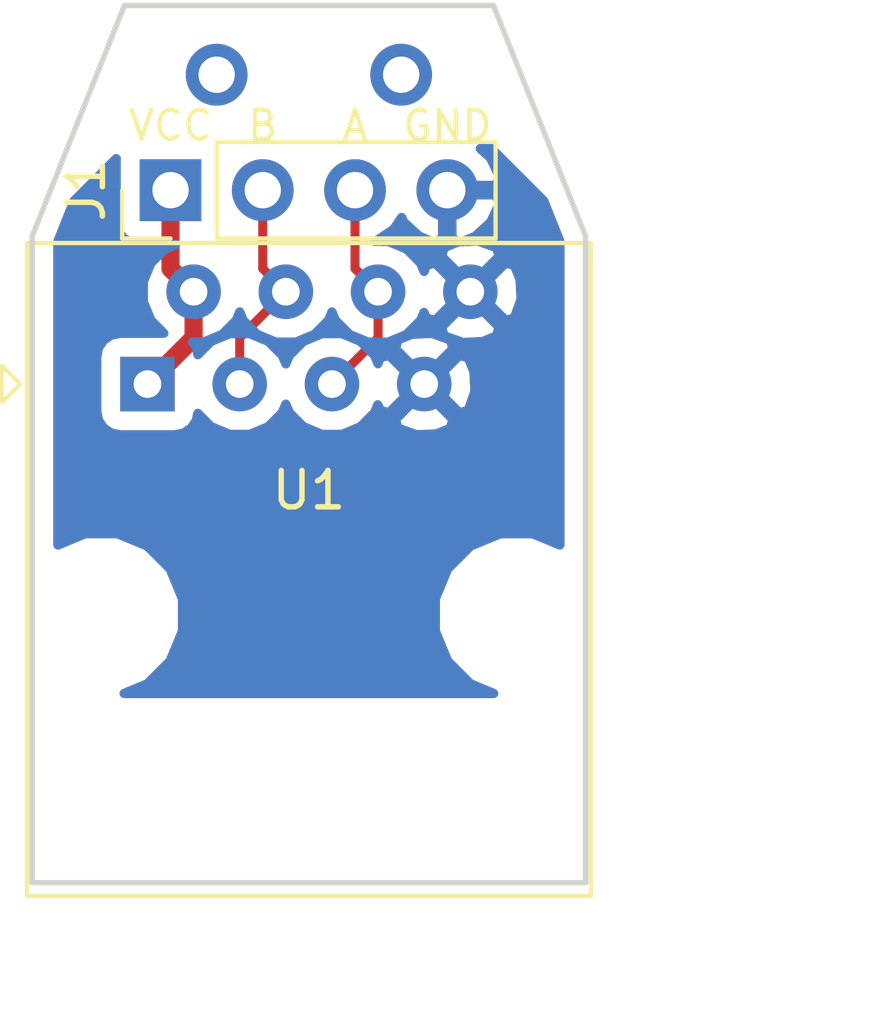
<source format=kicad_pcb>
(kicad_pcb (version 20171130) (host pcbnew 5.0.0)

  (general
    (thickness 1.6)
    (drawings 12)
    (tracks 14)
    (zones 0)
    (modules 2)
    (nets 5)
  )

  (page A4)
  (layers
    (0 F.Cu signal)
    (31 B.Cu signal)
    (32 B.Adhes user)
    (33 F.Adhes user)
    (34 B.Paste user)
    (35 F.Paste user)
    (36 B.SilkS user)
    (37 F.SilkS user)
    (38 B.Mask user)
    (39 F.Mask user)
    (40 Dwgs.User user)
    (41 Cmts.User user)
    (42 Eco1.User user)
    (43 Eco2.User user)
    (44 Edge.Cuts user)
    (45 Margin user)
    (46 B.CrtYd user)
    (47 F.CrtYd user)
    (48 B.Fab user)
    (49 F.Fab user)
  )

  (setup
    (last_trace_width 0.25)
    (trace_clearance 0.2)
    (zone_clearance 0.508)
    (zone_45_only no)
    (trace_min 0.2)
    (segment_width 0.2)
    (edge_width 0.15)
    (via_size 0.8)
    (via_drill 0.4)
    (via_min_size 0.4)
    (via_min_drill 0.3)
    (uvia_size 0.3)
    (uvia_drill 0.1)
    (uvias_allowed no)
    (uvia_min_size 0.2)
    (uvia_min_drill 0.1)
    (pcb_text_width 0.3)
    (pcb_text_size 1.5 1.5)
    (mod_edge_width 0.15)
    (mod_text_size 1 1)
    (mod_text_width 0.15)
    (pad_size 1.524 1.524)
    (pad_drill 0.762)
    (pad_to_mask_clearance 0.2)
    (aux_axis_origin 0 0)
    (visible_elements FFFFFF7F)
    (pcbplotparams
      (layerselection 0x010f0_ffffffff)
      (usegerberextensions true)
      (usegerberattributes false)
      (usegerberadvancedattributes false)
      (creategerberjobfile false)
      (excludeedgelayer true)
      (linewidth 0.100000)
      (plotframeref false)
      (viasonmask false)
      (mode 1)
      (useauxorigin false)
      (hpglpennumber 1)
      (hpglpenspeed 20)
      (hpglpendiameter 15.000000)
      (psnegative false)
      (psa4output false)
      (plotreference true)
      (plotvalue true)
      (plotinvisibletext false)
      (padsonsilk false)
      (subtractmaskfromsilk true)
      (outputformat 1)
      (mirror false)
      (drillshape 0)
      (scaleselection 1)
      (outputdirectory ""))
  )

  (net 0 "")
  (net 1 VCC)
  (net 2 GND)
  (net 3 /B)
  (net 4 /A)

  (net_class Default "これはデフォルトのネット クラスです。"
    (clearance 0.2)
    (trace_width 0.25)
    (via_dia 0.8)
    (via_drill 0.4)
    (uvia_dia 0.3)
    (uvia_drill 0.1)
    (add_net /A)
    (add_net /B)
    (add_net GND)
  )

  (net_class Power ""
    (clearance 0.2)
    (trace_width 0.5)
    (via_dia 0.8)
    (via_drill 0.4)
    (uvia_dia 0.3)
    (uvia_drill 0.1)
    (add_net VCC)
  )

  (module Connector_PinHeader_2.54mm:PinHeader_1x04_P2.54mm_Vertical (layer F.Cu) (tedit 59FED5CC) (tstamp 5B97032F)
    (at 144.78 88.9 90)
    (descr "Through hole straight pin header, 1x04, 2.54mm pitch, single row")
    (tags "Through hole pin header THT 1x04 2.54mm single row")
    (path /5B932CE2)
    (fp_text reference J1 (at 0 -2.33 90) (layer F.SilkS)
      (effects (font (size 1 1) (thickness 0.15)))
    )
    (fp_text value Conn_01x04 (at 0 9.95 90) (layer F.Fab)
      (effects (font (size 1 1) (thickness 0.15)))
    )
    (fp_line (start -0.635 -1.27) (end 1.27 -1.27) (layer F.Fab) (width 0.1))
    (fp_line (start 1.27 -1.27) (end 1.27 8.89) (layer F.Fab) (width 0.1))
    (fp_line (start 1.27 8.89) (end -1.27 8.89) (layer F.Fab) (width 0.1))
    (fp_line (start -1.27 8.89) (end -1.27 -0.635) (layer F.Fab) (width 0.1))
    (fp_line (start -1.27 -0.635) (end -0.635 -1.27) (layer F.Fab) (width 0.1))
    (fp_line (start -1.33 8.95) (end 1.33 8.95) (layer F.SilkS) (width 0.12))
    (fp_line (start -1.33 1.27) (end -1.33 8.95) (layer F.SilkS) (width 0.12))
    (fp_line (start 1.33 1.27) (end 1.33 8.95) (layer F.SilkS) (width 0.12))
    (fp_line (start -1.33 1.27) (end 1.33 1.27) (layer F.SilkS) (width 0.12))
    (fp_line (start -1.33 0) (end -1.33 -1.33) (layer F.SilkS) (width 0.12))
    (fp_line (start -1.33 -1.33) (end 0 -1.33) (layer F.SilkS) (width 0.12))
    (fp_line (start -1.8 -1.8) (end -1.8 9.4) (layer F.CrtYd) (width 0.05))
    (fp_line (start -1.8 9.4) (end 1.8 9.4) (layer F.CrtYd) (width 0.05))
    (fp_line (start 1.8 9.4) (end 1.8 -1.8) (layer F.CrtYd) (width 0.05))
    (fp_line (start 1.8 -1.8) (end -1.8 -1.8) (layer F.CrtYd) (width 0.05))
    (fp_text user %R (at 0 3.81 180) (layer F.Fab)
      (effects (font (size 1 1) (thickness 0.15)))
    )
    (pad 1 thru_hole rect (at 0 0 90) (size 1.7 1.7) (drill 1) (layers *.Cu *.Mask)
      (net 1 VCC))
    (pad 2 thru_hole oval (at 0 2.54 90) (size 1.7 1.7) (drill 1) (layers *.Cu *.Mask)
      (net 3 /B))
    (pad 3 thru_hole oval (at 0 5.08 90) (size 1.7 1.7) (drill 1) (layers *.Cu *.Mask)
      (net 4 /A))
    (pad 4 thru_hole oval (at 0 7.62 90) (size 1.7 1.7) (drill 1) (layers *.Cu *.Mask)
      (net 2 GND))
    (model ${KISYS3DMOD}/Connector_PinHeader_2.54mm.3dshapes/PinHeader_1x04_P2.54mm_Vertical.wrl
      (at (xyz 0 0 0))
      (scale (xyz 1 1 1))
      (rotate (xyz 0 0 0))
    )
  )

  (module Connector_RJ:RJ45_Amphenol_54602-x08_Horizontal (layer F.Cu) (tedit 5B103613) (tstamp 5C00911A)
    (at 144.145 94.234)
    (descr "8 Pol Shallow Latch Connector, Modjack, RJ45 (https://cdn.amphenol-icc.com/media/wysiwyg/files/drawing/c-bmj-0102.pdf)")
    (tags RJ45)
    (path /5B9329F5)
    (fp_text reference U1 (at 4.445 2.921) (layer F.SilkS)
      (effects (font (size 1 1) (thickness 0.15)))
    )
    (fp_text value RJ45 (at 4.445 4) (layer F.Fab)
      (effects (font (size 1 1) (thickness 0.15)))
    )
    (fp_text user %R (at 4.445 2) (layer F.Fab)
      (effects (font (size 1 1) (thickness 0.15)))
    )
    (fp_line (start -4 0.5) (end -3.5 0) (layer F.SilkS) (width 0.12))
    (fp_line (start -4 -0.5) (end -4 0.5) (layer F.SilkS) (width 0.12))
    (fp_line (start -3.5 0) (end -4 -0.5) (layer F.SilkS) (width 0.12))
    (fp_line (start -3.205 13.97) (end -3.205 -2.77) (layer F.Fab) (width 0.12))
    (fp_line (start 12.095 13.97) (end -3.205 13.97) (layer F.Fab) (width 0.12))
    (fp_line (start 12.095 -3.77) (end 12.095 13.97) (layer F.Fab) (width 0.12))
    (fp_line (start -2.205 -3.77) (end 12.095 -3.77) (layer F.Fab) (width 0.12))
    (fp_line (start -3.205 -2.77) (end -2.205 -3.77) (layer F.Fab) (width 0.12))
    (fp_line (start -3.315 14.08) (end 12.205 14.08) (layer F.SilkS) (width 0.12))
    (fp_line (start 12.205 -3.88) (end 12.205 14.08) (layer F.SilkS) (width 0.12))
    (fp_line (start 12.205 -3.88) (end -3.315 -3.88) (layer F.SilkS) (width 0.12))
    (fp_line (start -3.315 -3.88) (end -3.315 14.08) (layer F.SilkS) (width 0.12))
    (fp_line (start -3.71 -4.27) (end 12.6 -4.27) (layer F.CrtYd) (width 0.05))
    (fp_line (start -3.71 -4.27) (end -3.71 14.47) (layer F.CrtYd) (width 0.05))
    (fp_line (start 12.6 14.47) (end 12.6 -4.27) (layer F.CrtYd) (width 0.05))
    (fp_line (start 12.6 14.47) (end -3.71 14.47) (layer F.CrtYd) (width 0.05))
    (pad "" np_thru_hole circle (at 10.16 6.35) (size 3.2 3.2) (drill 3.2) (layers *.Cu *.Mask))
    (pad "" np_thru_hole circle (at -1.27 6.35) (size 3.2 3.2) (drill 3.2) (layers *.Cu *.Mask))
    (pad 1 thru_hole rect (at 0 0) (size 1.5 1.5) (drill 0.76) (layers *.Cu *.Mask)
      (net 1 VCC))
    (pad 2 thru_hole circle (at 1.27 -2.54) (size 1.5 1.5) (drill 0.76) (layers *.Cu *.Mask)
      (net 1 VCC))
    (pad 3 thru_hole circle (at 2.54 0) (size 1.5 1.5) (drill 0.76) (layers *.Cu *.Mask)
      (net 3 /B))
    (pad 4 thru_hole circle (at 3.81 -2.54) (size 1.5 1.5) (drill 0.76) (layers *.Cu *.Mask)
      (net 3 /B))
    (pad 5 thru_hole circle (at 5.08 0) (size 1.5 1.5) (drill 0.76) (layers *.Cu *.Mask)
      (net 4 /A))
    (pad 6 thru_hole circle (at 6.35 -2.54) (size 1.5 1.5) (drill 0.76) (layers *.Cu *.Mask)
      (net 4 /A))
    (pad 7 thru_hole circle (at 7.62 0) (size 1.5 1.5) (drill 0.76) (layers *.Cu *.Mask)
      (net 2 GND))
    (pad 8 thru_hole circle (at 8.89 -2.54) (size 1.5 1.5) (drill 0.76) (layers *.Cu *.Mask)
      (net 2 GND))
    (model ${KISYS3DMOD}/Connector_RJ.3dshapes/RJ45_Amphenol_54602-x08_Horizontal.wrl
      (at (xyz 0 0 0))
      (scale (xyz 1 1 1))
      (rotate (xyz 0 0 0))
    )
  )

  (gr_text GND (at 152.4 87.122) (layer F.SilkS) (tstamp 5C0134DD)
    (effects (font (size 0.8 0.8) (thickness 0.12)))
  )
  (gr_text A (at 149.86 87.122) (layer F.SilkS) (tstamp 5C0134AF)
    (effects (font (size 0.8 0.8) (thickness 0.12)))
  )
  (gr_text B (at 147.32 87.122) (layer F.SilkS) (tstamp 5C013481)
    (effects (font (size 0.8 0.8) (thickness 0.12)))
  )
  (gr_text VCC (at 144.78 87.122) (layer F.SilkS)
    (effects (font (size 0.8 0.8) (thickness 0.12)))
  )
  (gr_line (start 143.51 83.82) (end 140.97 90.17) (layer Edge.Cuts) (width 0.15))
  (gr_line (start 153.67 83.82) (end 156.21 90.17) (layer Edge.Cuts) (width 0.15))
  (dimension 24.13 (width 0.3) (layer Cmts.User)
    (gr_text "24.130 mm" (at 162.755 95.885 270) (layer Cmts.User)
      (effects (font (size 1.5 1.5) (thickness 0.3)))
    )
    (feature1 (pts (xy 158.75 107.95) (xy 161.241421 107.95)))
    (feature2 (pts (xy 158.75 83.82) (xy 161.241421 83.82)))
    (crossbar (pts (xy 160.655 83.82) (xy 160.655 107.95)))
    (arrow1a (pts (xy 160.655 107.95) (xy 160.068579 106.823496)))
    (arrow1b (pts (xy 160.655 107.95) (xy 161.241421 106.823496)))
    (arrow2a (pts (xy 160.655 83.82) (xy 160.068579 84.946504)))
    (arrow2b (pts (xy 160.655 83.82) (xy 161.241421 84.946504)))
  )
  (dimension 15.24 (width 0.3) (layer Cmts.User)
    (gr_text "15.240 mm" (at 148.59 113.225) (layer Cmts.User)
      (effects (font (size 1.5 1.5) (thickness 0.3)))
    )
    (feature1 (pts (xy 156.21 109.22) (xy 156.21 111.711421)))
    (feature2 (pts (xy 140.97 109.22) (xy 140.97 111.711421)))
    (crossbar (pts (xy 140.97 111.125) (xy 156.21 111.125)))
    (arrow1a (pts (xy 156.21 111.125) (xy 155.083496 111.711421)))
    (arrow1b (pts (xy 156.21 111.125) (xy 155.083496 110.538579)))
    (arrow2a (pts (xy 140.97 111.125) (xy 142.096504 111.711421)))
    (arrow2b (pts (xy 140.97 111.125) (xy 142.096504 110.538579)))
  )
  (gr_line (start 140.97 90.17) (end 140.97 107.95) (layer Edge.Cuts) (width 0.15))
  (gr_line (start 153.67 83.82) (end 143.51 83.82) (layer Edge.Cuts) (width 0.15))
  (gr_line (start 156.21 107.95) (end 156.21 90.17) (layer Edge.Cuts) (width 0.15))
  (gr_line (start 140.97 107.95) (end 156.21 107.95) (layer Edge.Cuts) (width 0.15))

  (via (at 146.05 85.725) (size 1.7) (drill 1) (layers F.Cu B.Cu) (net 0))
  (via (at 151.13 85.725) (size 1.7) (drill 1) (layers F.Cu B.Cu) (net 0))
  (segment (start 144.78 91.059) (end 145.415 91.694) (width 0.5) (layer F.Cu) (net 1))
  (segment (start 144.78 88.9) (end 144.78 91.059) (width 0.5) (layer F.Cu) (net 1))
  (segment (start 145.415 92.964) (end 144.145 94.234) (width 0.5) (layer F.Cu) (net 1))
  (segment (start 145.415 91.694) (end 145.415 92.964) (width 0.5) (layer F.Cu) (net 1))
  (segment (start 147.32 91.059) (end 147.955 91.694) (width 0.25) (layer F.Cu) (net 3))
  (segment (start 147.32 88.9) (end 147.32 91.059) (width 0.25) (layer F.Cu) (net 3))
  (segment (start 146.685 92.964) (end 146.685 94.234) (width 0.25) (layer F.Cu) (net 3))
  (segment (start 147.955 91.694) (end 146.685 92.964) (width 0.25) (layer F.Cu) (net 3))
  (segment (start 149.86 91.059) (end 150.495 91.694) (width 0.25) (layer F.Cu) (net 4))
  (segment (start 149.86 88.9) (end 149.86 91.059) (width 0.25) (layer F.Cu) (net 4))
  (segment (start 150.495 92.964) (end 149.225 94.234) (width 0.25) (layer F.Cu) (net 4))
  (segment (start 150.495 91.694) (end 150.495 92.964) (width 0.25) (layer F.Cu) (net 4))

  (zone (net 2) (net_name GND) (layer F.Cu) (tstamp 5C00B6CF) (hatch edge 0.508)
    (connect_pads (clearance 0.508))
    (min_thickness 0.254)
    (fill yes (arc_segments 16) (thermal_gap 0.508) (thermal_bridge_width 0.508))
    (polygon
      (pts
        (xy 143.51 87.63) (xy 153.67 87.63) (xy 156.21 90.17) (xy 156.21 102.87) (xy 140.97 102.87)
        (xy 140.97 90.17)
      )
    )
    (filled_polygon
      (pts
        (xy 155.055248 89.194854) (xy 155.500001 90.306736) (xy 155.500001 98.659839) (xy 154.749569 98.349) (xy 153.860431 98.349)
        (xy 153.038974 98.689259) (xy 152.410259 99.317974) (xy 152.07 100.139431) (xy 152.07 101.028569) (xy 152.410259 101.850026)
        (xy 153.038974 102.478741) (xy 153.676951 102.743) (xy 143.503049 102.743) (xy 144.141026 102.478741) (xy 144.769741 101.850026)
        (xy 145.11 101.028569) (xy 145.11 100.139431) (xy 144.769741 99.317974) (xy 144.141026 98.689259) (xy 143.319569 98.349)
        (xy 142.430431 98.349) (xy 141.68 98.659839) (xy 141.68 90.306732) (xy 142.124751 89.194855) (xy 143.285776 88.03383)
        (xy 143.28256 88.05) (xy 143.28256 89.75) (xy 143.331843 89.997765) (xy 143.472191 90.207809) (xy 143.682235 90.348157)
        (xy 143.895001 90.390478) (xy 143.895001 90.971835) (xy 143.877663 91.059) (xy 143.946348 91.404309) (xy 144.03 91.529503)
        (xy 144.03 91.969494) (xy 144.240853 92.47854) (xy 144.444867 92.682554) (xy 144.290861 92.83656) (xy 143.395 92.83656)
        (xy 143.147235 92.885843) (xy 142.937191 93.026191) (xy 142.796843 93.236235) (xy 142.74756 93.484) (xy 142.74756 94.984)
        (xy 142.796843 95.231765) (xy 142.937191 95.441809) (xy 143.147235 95.582157) (xy 143.395 95.63144) (xy 144.895 95.63144)
        (xy 145.142765 95.582157) (xy 145.352809 95.441809) (xy 145.493157 95.231765) (xy 145.531469 95.039156) (xy 145.90046 95.408147)
        (xy 146.409506 95.619) (xy 146.960494 95.619) (xy 147.46954 95.408147) (xy 147.859147 95.01854) (xy 147.955 94.78713)
        (xy 148.050853 95.01854) (xy 148.44046 95.408147) (xy 148.949506 95.619) (xy 149.500494 95.619) (xy 150.00954 95.408147)
        (xy 150.21217 95.205517) (xy 150.973088 95.205517) (xy 151.041077 95.44646) (xy 151.560171 95.631201) (xy 152.110448 95.60323)
        (xy 152.488923 95.44646) (xy 152.556912 95.205517) (xy 151.765 94.413605) (xy 150.973088 95.205517) (xy 150.21217 95.205517)
        (xy 150.399147 95.01854) (xy 150.488397 94.80307) (xy 150.55254 94.957923) (xy 150.793483 95.025912) (xy 151.585395 94.234)
        (xy 151.944605 94.234) (xy 152.736517 95.025912) (xy 152.97746 94.957923) (xy 153.162201 94.438829) (xy 153.13423 93.888552)
        (xy 152.97746 93.510077) (xy 152.736517 93.442088) (xy 151.944605 94.234) (xy 151.585395 94.234) (xy 151.571253 94.219858)
        (xy 151.750858 94.040253) (xy 151.765 94.054395) (xy 152.556912 93.262483) (xy 152.488923 93.02154) (xy 151.969829 92.836799)
        (xy 151.419552 92.86477) (xy 151.263045 92.929598) (xy 151.255 92.889154) (xy 151.255 92.878312) (xy 151.27954 92.868147)
        (xy 151.48217 92.665517) (xy 152.243088 92.665517) (xy 152.311077 92.90646) (xy 152.830171 93.091201) (xy 153.380448 93.06323)
        (xy 153.758923 92.90646) (xy 153.826912 92.665517) (xy 153.035 91.873605) (xy 152.243088 92.665517) (xy 151.48217 92.665517)
        (xy 151.669147 92.47854) (xy 151.758397 92.26307) (xy 151.82254 92.417923) (xy 152.063483 92.485912) (xy 152.855395 91.694)
        (xy 153.214605 91.694) (xy 154.006517 92.485912) (xy 154.24746 92.417923) (xy 154.432201 91.898829) (xy 154.40423 91.348552)
        (xy 154.24746 90.970077) (xy 154.006517 90.902088) (xy 153.214605 91.694) (xy 152.855395 91.694) (xy 152.063483 90.902088)
        (xy 151.82254 90.970077) (xy 151.763255 91.136658) (xy 151.669147 90.90946) (xy 151.48217 90.722483) (xy 152.243088 90.722483)
        (xy 153.035 91.514395) (xy 153.826912 90.722483) (xy 153.758923 90.48154) (xy 153.239829 90.296799) (xy 152.812287 90.318531)
        (xy 153.166924 90.171645) (xy 153.595183 89.781358) (xy 153.841486 89.256892) (xy 153.720819 89.027) (xy 152.527 89.027)
        (xy 152.527 90.220155) (xy 152.722099 90.323116) (xy 152.689552 90.32477) (xy 152.311077 90.48154) (xy 152.243088 90.722483)
        (xy 151.48217 90.722483) (xy 151.27954 90.519853) (xy 150.770494 90.309) (xy 150.62 90.309) (xy 150.62 90.178178)
        (xy 150.930625 89.970625) (xy 151.143843 89.651522) (xy 151.204817 89.781358) (xy 151.633076 90.171645) (xy 152.04311 90.341476)
        (xy 152.273 90.220155) (xy 152.273 89.027) (xy 152.253 89.027) (xy 152.253 88.773) (xy 152.273 88.773)
        (xy 152.273 88.753) (xy 152.527 88.753) (xy 152.527 88.773) (xy 153.720819 88.773) (xy 153.841486 88.543108)
        (xy 153.595183 88.018642) (xy 153.308085 87.757) (xy 153.617394 87.757)
      )
    )
  )
  (zone (net 2) (net_name GND) (layer B.Cu) (tstamp 0) (hatch edge 0.508)
    (connect_pads (clearance 0.508))
    (min_thickness 0.254)
    (fill yes (arc_segments 16) (thermal_gap 0.508) (thermal_bridge_width 0.508))
    (polygon
      (pts
        (xy 143.51 87.63) (xy 153.67 87.63) (xy 156.21 90.17) (xy 156.21 102.87) (xy 140.97 102.87)
        (xy 140.97 90.17)
      )
    )
    (filled_polygon
      (pts
        (xy 155.055248 89.194854) (xy 155.500001 90.306736) (xy 155.500001 98.659839) (xy 154.749569 98.349) (xy 153.860431 98.349)
        (xy 153.038974 98.689259) (xy 152.410259 99.317974) (xy 152.07 100.139431) (xy 152.07 101.028569) (xy 152.410259 101.850026)
        (xy 153.038974 102.478741) (xy 153.676951 102.743) (xy 143.503049 102.743) (xy 144.141026 102.478741) (xy 144.769741 101.850026)
        (xy 145.11 101.028569) (xy 145.11 100.139431) (xy 144.769741 99.317974) (xy 144.141026 98.689259) (xy 143.319569 98.349)
        (xy 142.430431 98.349) (xy 141.68 98.659839) (xy 141.68 90.306732) (xy 142.124751 89.194855) (xy 143.285776 88.03383)
        (xy 143.28256 88.05) (xy 143.28256 89.75) (xy 143.331843 89.997765) (xy 143.472191 90.207809) (xy 143.682235 90.348157)
        (xy 143.93 90.39744) (xy 144.925992 90.39744) (xy 144.63046 90.519853) (xy 144.240853 90.90946) (xy 144.03 91.418506)
        (xy 144.03 91.969494) (xy 144.240853 92.47854) (xy 144.598873 92.83656) (xy 143.395 92.83656) (xy 143.147235 92.885843)
        (xy 142.937191 93.026191) (xy 142.796843 93.236235) (xy 142.74756 93.484) (xy 142.74756 94.984) (xy 142.796843 95.231765)
        (xy 142.937191 95.441809) (xy 143.147235 95.582157) (xy 143.395 95.63144) (xy 144.895 95.63144) (xy 145.142765 95.582157)
        (xy 145.352809 95.441809) (xy 145.493157 95.231765) (xy 145.531469 95.039156) (xy 145.90046 95.408147) (xy 146.409506 95.619)
        (xy 146.960494 95.619) (xy 147.46954 95.408147) (xy 147.859147 95.01854) (xy 147.955 94.78713) (xy 148.050853 95.01854)
        (xy 148.44046 95.408147) (xy 148.949506 95.619) (xy 149.500494 95.619) (xy 150.00954 95.408147) (xy 150.21217 95.205517)
        (xy 150.973088 95.205517) (xy 151.041077 95.44646) (xy 151.560171 95.631201) (xy 152.110448 95.60323) (xy 152.488923 95.44646)
        (xy 152.556912 95.205517) (xy 151.765 94.413605) (xy 150.973088 95.205517) (xy 150.21217 95.205517) (xy 150.399147 95.01854)
        (xy 150.488397 94.80307) (xy 150.55254 94.957923) (xy 150.793483 95.025912) (xy 151.585395 94.234) (xy 151.944605 94.234)
        (xy 152.736517 95.025912) (xy 152.97746 94.957923) (xy 153.162201 94.438829) (xy 153.13423 93.888552) (xy 152.97746 93.510077)
        (xy 152.736517 93.442088) (xy 151.944605 94.234) (xy 151.585395 94.234) (xy 150.793483 93.442088) (xy 150.55254 93.510077)
        (xy 150.493255 93.676658) (xy 150.399147 93.44946) (xy 150.21217 93.262483) (xy 150.973088 93.262483) (xy 151.765 94.054395)
        (xy 152.556912 93.262483) (xy 152.488923 93.02154) (xy 151.969829 92.836799) (xy 151.419552 92.86477) (xy 151.041077 93.02154)
        (xy 150.973088 93.262483) (xy 150.21217 93.262483) (xy 150.00954 93.059853) (xy 149.500494 92.849) (xy 148.949506 92.849)
        (xy 148.44046 93.059853) (xy 148.050853 93.44946) (xy 147.955 93.68087) (xy 147.859147 93.44946) (xy 147.46954 93.059853)
        (xy 146.960494 92.849) (xy 146.409506 92.849) (xy 145.90046 93.059853) (xy 145.531469 93.428844) (xy 145.493157 93.236235)
        (xy 145.388095 93.079) (xy 145.690494 93.079) (xy 146.19954 92.868147) (xy 146.589147 92.47854) (xy 146.685 92.24713)
        (xy 146.780853 92.47854) (xy 147.17046 92.868147) (xy 147.679506 93.079) (xy 148.230494 93.079) (xy 148.73954 92.868147)
        (xy 149.129147 92.47854) (xy 149.225 92.24713) (xy 149.320853 92.47854) (xy 149.71046 92.868147) (xy 150.219506 93.079)
        (xy 150.770494 93.079) (xy 151.27954 92.868147) (xy 151.48217 92.665517) (xy 152.243088 92.665517) (xy 152.311077 92.90646)
        (xy 152.830171 93.091201) (xy 153.380448 93.06323) (xy 153.758923 92.90646) (xy 153.826912 92.665517) (xy 153.035 91.873605)
        (xy 152.243088 92.665517) (xy 151.48217 92.665517) (xy 151.669147 92.47854) (xy 151.758397 92.26307) (xy 151.82254 92.417923)
        (xy 152.063483 92.485912) (xy 152.855395 91.694) (xy 153.214605 91.694) (xy 154.006517 92.485912) (xy 154.24746 92.417923)
        (xy 154.432201 91.898829) (xy 154.40423 91.348552) (xy 154.24746 90.970077) (xy 154.006517 90.902088) (xy 153.214605 91.694)
        (xy 152.855395 91.694) (xy 152.063483 90.902088) (xy 151.82254 90.970077) (xy 151.763255 91.136658) (xy 151.669147 90.90946)
        (xy 151.48217 90.722483) (xy 152.243088 90.722483) (xy 153.035 91.514395) (xy 153.826912 90.722483) (xy 153.758923 90.48154)
        (xy 153.239829 90.296799) (xy 152.812287 90.318531) (xy 153.166924 90.171645) (xy 153.595183 89.781358) (xy 153.841486 89.256892)
        (xy 153.720819 89.027) (xy 152.527 89.027) (xy 152.527 90.220155) (xy 152.722099 90.323116) (xy 152.689552 90.32477)
        (xy 152.311077 90.48154) (xy 152.243088 90.722483) (xy 151.48217 90.722483) (xy 151.27954 90.519853) (xy 150.770494 90.309)
        (xy 150.388335 90.309) (xy 150.439418 90.298839) (xy 150.930625 89.970625) (xy 151.143843 89.651522) (xy 151.204817 89.781358)
        (xy 151.633076 90.171645) (xy 152.04311 90.341476) (xy 152.273 90.220155) (xy 152.273 89.027) (xy 152.253 89.027)
        (xy 152.253 88.773) (xy 152.273 88.773) (xy 152.273 88.753) (xy 152.527 88.753) (xy 152.527 88.773)
        (xy 153.720819 88.773) (xy 153.841486 88.543108) (xy 153.595183 88.018642) (xy 153.308085 87.757) (xy 153.617394 87.757)
      )
    )
  )
)

</source>
